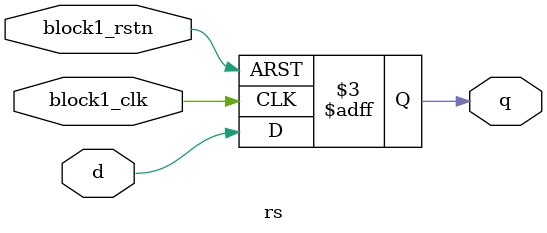
<source format=sv>
module rs (
input logic block1_clk,
input logic d,
input logic block1_rstn,
output logic q
);

always @ (posedge block1_clk or negedge block1_rstn)
	if (~block1_rstn)
		q <= 1'b0;
	else
		q <= d;

endmodule

</source>
